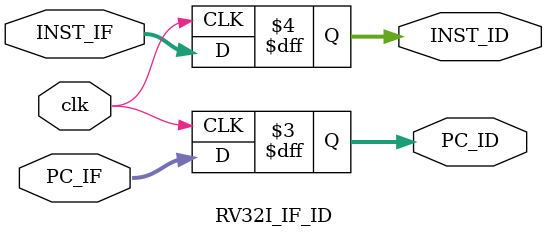
<source format=v>
module RV32I_IF_ID(input clk, input [31:0] PC_IF, input [31:0] INST_IF, output [31:0] PC_ID, output [31:0] INST_ID);
	initial begin 
		PC_ID = 32'd0;
		INST_ID = 32'd0;
	end
	
	always@(posedge clk) begin
		//logic to flush pipeline???
		PC_ID <= PC_IF;
		INST_ID <= INST_IF;
	end
endmodule
</source>
